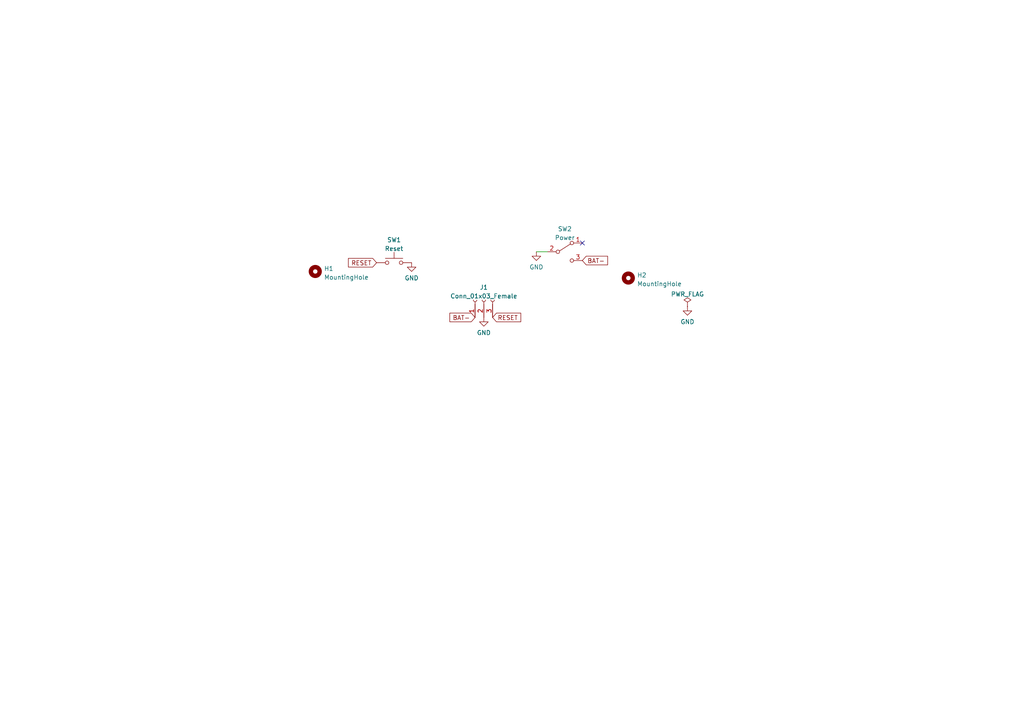
<source format=kicad_sch>
(kicad_sch (version 20211123) (generator eeschema)
  (paper "A4")
  (lib_symbols
    (symbol "Connector:Conn_01x03_Female" (pin_names (offset 1.016) hide)
      (property "Reference" "J" (at 0 5.08 0))
      (property "Value" "Conn_01x03_Female" (at 0 -5.08 0))
      (symbol "Conn_01x03_Female_1_1"
        (arc (start 0 -2.032) (mid -0.508 -2.54) (end 0 -3.048) (stroke (width 0.1524)))
        (polyline (pts (xy -1.27 -2.54) (xy -0.508 -2.54)) (stroke (width 0.1524)))
        (polyline (pts (xy -1.27 0) (xy -0.508 0)) (stroke (width 0.1524)))
        (polyline (pts (xy -1.27 2.54) (xy -0.508 2.54)) (stroke (width 0.1524)))
        (arc (start 0 0.508) (mid -0.508 0) (end 0 -0.508) (stroke (width 0.1524)))
        (arc (start 0 3.048) (mid -0.508 2.54) (end 0 2.032) (stroke (width 0.1524)))
        (pin passive line (at -5.08 2.54 0) (length 3.81) (name "Pin_1") (number "1"))
        (pin passive line (at -5.08 0 0) (length 3.81) (name "Pin_2") (number "2"))
        (pin passive line (at -5.08 -2.54 0) (length 3.81) (name "Pin_3") (number "3"))
      )
    )
    (symbol "Mechanical:MountingHole" (pin_names (offset 1.016))
      (property "Reference" "H" (at 0 5.08 0))
      (property "Value" "MountingHole" (at 0 3.175 0))
      (symbol "MountingHole_0_1"
        (circle (center 0 0) (radius 1.27) (stroke (width 1.27)))
      )
    )
    (symbol "Switch:SW_Push" (pin_numbers hide) (pin_names (offset 1.016) hide)
      (property "Reference" "SW" (at 1.27 2.54 0))
      (property "Value" "SW_Push" (at 0 -1.524 0))
      (symbol "SW_Push_0_1"
        (circle (center -2.032 0) (radius 0.508))
        (polyline (pts (xy 0 1.27) (xy 0 3.048)))
        (polyline (pts (xy 2.54 1.27) (xy -2.54 1.27)))
        (circle (center 2.032 0) (radius 0.508))
        (pin passive line (at -5.08 0 0) (length 2.54) (name "1") (number "1"))
        (pin passive line (at 5.08 0 180) (length 2.54) (name "2") (number "2"))
      )
    )
    (symbol "Switch:SW_SPDT" (pin_names (offset 0) hide)
      (property "Reference" "SW" (at 0 4.318 0))
      (property "Value" "SW_SPDT" (at 0 -5.08 0))
      (symbol "SW_SPDT_0_0"
        (circle (center -2.032 0) (radius 0.508))
        (circle (center 2.032 -2.54) (radius 0.508))
      )
      (symbol "SW_SPDT_0_1"
        (polyline (pts (xy -1.524 0.254) (xy 1.651 2.286)))
        (circle (center 2.032 2.54) (radius 0.508))
      )
      (symbol "SW_SPDT_1_1"
        (pin passive line (at 5.08 2.54 180) (length 2.54) (name "A") (number "1"))
        (pin passive line (at -5.08 0 0) (length 2.54) (name "B") (number "2"))
        (pin passive line (at 5.08 -2.54 180) (length 2.54) (name "C") (number "3"))
      )
    )
    (symbol "power:GND" (power) (pin_names (offset 0))
      (property "Value" "GND" (at 0 -3.81 0))
      (symbol "GND_0_1"
        (polyline (pts (xy 0 0) (xy 0 -1.27) (xy 1.27 -1.27) (xy 0 -2.54) (xy -1.27 -1.27) (xy 0 -1.27)))
      )
      (symbol "GND_1_1"
        (pin power_in line (at 0 0 270) (length 0) hide (name "GND") (number "1"))
      )
    )
    (symbol "power:PWR_FLAG" (power) (pin_numbers hide) (pin_names (offset 0) hide)
      (property "Value" "PWR_FLAG" (at 0 3.81 0))
      (symbol "PWR_FLAG_0_0"
        (pin power_out line (at 0 0 90) (length 0) (name "pwr") (number "1"))
      )
      (symbol "PWR_FLAG_0_1"
        (polyline (pts (xy 0 0) (xy 0 1.27) (xy -1.016 1.905) (xy 0 2.54) (xy 1.016 1.905) (xy 0 1.27)))
      )
    )
  )
  (no_connect (at 168.91 70.485))
  (wire (pts (xy 155.575 73.025) (xy 158.75 73.025)))
  (global_label "BAT-" (shape input) (at 137.795 92.075 180) (property "Intersheet References" "${INTERSHEET_REFS}" (effects hide)))
  (global_label "RESET" (shape input) (at 109.22 76.2 180) (property "Intersheet References" "${INTERSHEET_REFS}" (effects hide)))
  (global_label "RESET" (shape input) (at 142.875 92.075 0) (property "Intersheet References" "${INTERSHEET_REFS}" (effects hide)))
  (global_label "BAT-" (shape input) (at 168.91 75.565 0) (property "Intersheet References" "${INTERSHEET_REFS}" (effects hide)))
  (symbol (lib_id "power:GND") (at 199.39 88.9 0) (unit 1)
    (property "Reference" "#PWR0101" (effects hide))
    (property "Value" "GND" (at 199.39 93.3434 0))
  )
  (symbol (lib_id "power:PWR_FLAG") (at 199.39 88.9 0) (unit 1)
    (property "Reference" "#FLG0101" (effects hide))
    (property "Value" "PWR_FLAG" (at 199.39 85.3242 0))
  )
  (symbol (lib_id "power:GND") (at 155.575 73.025 0) (unit 1)
    (property "Reference" "#PWR03" (effects hide))
    (property "Value" "GND" (at 155.575 77.4684 0))
  )
  (symbol (lib_id "Mechanical:MountingHole") (at 91.44 78.74 0) (unit 1)
    (property "Reference" "H1" (at 93.98 77.9053 0) (effects (justify left)))
    (property "Value" "MountingHole" (at 93.98 80.4422 0) (effects (justify left)))
    (property "Footprint" "MountingHole:MountingHole_3.2mm_M3_Pad" (effects hide))
  )
  (symbol (lib_id "power:GND") (at 140.335 92.075 0) (unit 1)
    (property "Reference" "#PWR02" (effects hide))
    (property "Value" "GND" (at 140.335 96.5184 0))
  )
  (symbol (lib_id "power:GND") (at 119.38 76.2 0) (unit 1)
    (property "Reference" "#PWR01" (effects hide))
    (property "Value" "GND" (at 119.38 80.6434 0))
  )
  (symbol (lib_id "Switch:SW_Push") (at 114.3 76.2 0) (mirror y) (unit 1)
    (property "Reference" "SW1" (at 114.3 69.5792 0))
    (property "Value" "Reset" (at 114.3 72.1161 0))
    (property "Footprint" "Button_Switch_SMD:Panasonic_EVQPUL_EVQPUC" (effects hide))
    (property "LCSC Part Number" "C79174" (effects hide))
  )
  (symbol (lib_id "Switch:SW_SPDT") (at 163.83 73.025 0) (unit 1)
    (property "Reference" "SW2" (at 163.83 66.4042 0))
    (property "Value" "Power" (at 163.83 68.9411 0))
    (property "Footprint" "Button_Switch_SMD:SW_SPDT_PCM12" (effects hide))
    (property "LCSC Part Numbre" "C221841" (effects hide))
  )
  (symbol (lib_id "Mechanical:MountingHole") (at 182.245 80.645 0) (unit 1)
    (property "Reference" "H2" (at 184.785 79.8103 0) (effects (justify left)))
    (property "Value" "MountingHole" (at 184.785 82.3472 0) (effects (justify left)))
    (property "Footprint" "MountingHole:MountingHole_3.2mm_M3_Pad" (effects hide))
  )
  (symbol (lib_id "Connector:Conn_01x03_Female") (at 140.335 86.995 90) (unit 1)
    (property "Reference" "J1" (at 140.335 83.346 90))
    (property "Value" "Conn_01x03_Female" (at 140.335 85.8829 90))
    (property "Footprint" "Connector_Molex:Molex_Pico-EZmate_78171-0003_1x03-1MP_P1.20mm_Vertical" (effects hide))
  )
)
</source>
